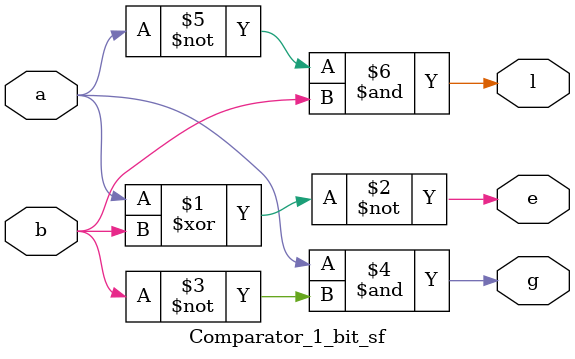
<source format=v>
`timescale 1ns / 1ps


module Comparator_1_bit_sf(e,g,l,a,b);
output e,g,l;
input a,b;

xnor (e,a,b);
and (g,a,~b);
and (l,~a,b);

endmodule


</source>
